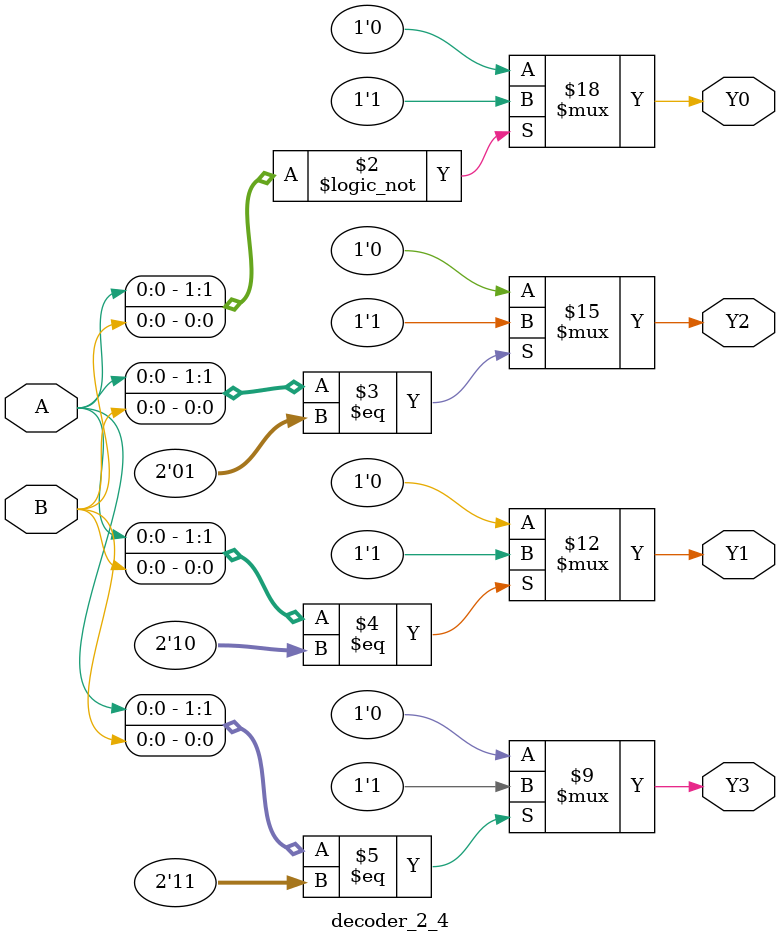
<source format=v>
module decoder_2_4 (
	input A,
	input B,
	output reg Y0,
	output reg Y1,
	output reg Y2,
	output reg Y3
);

	wire _A, _B;

	not n0 (_A, A);
	not n1 (_B, B);

	always @(*) begin 
		Y0=0;
		Y1=0;
		Y2=0;
		Y3=0;
		if({A,B} == 2'b00) Y0=1;
		if({A,B} == 2'b01) Y2=1;
		if({A,B} == 2'b10) Y1=1;
		if({A,B} == 2'b11) Y3=1;
	end

endmodule
</source>
